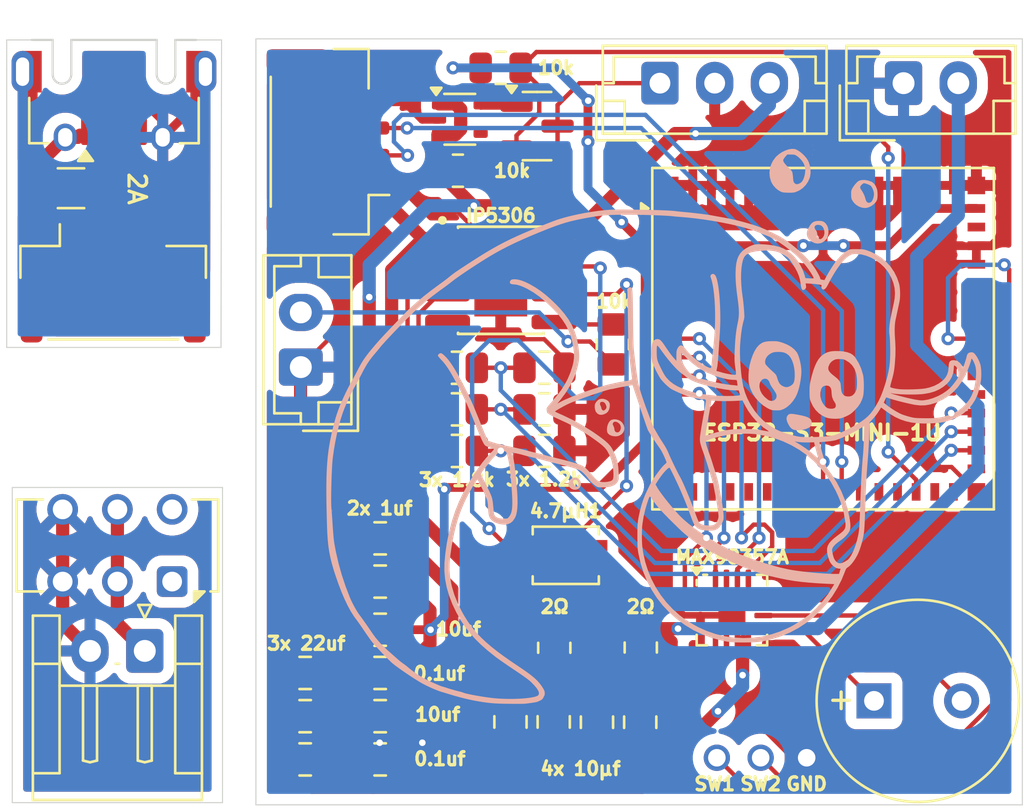
<source format=kicad_pcb>
(kicad_pcb (version 20241229) (generator "pcbnew") (generator_version "9.0")
  (layers (0 "F.Cu" signal) (2 "B.Cu" signal) (13 "F.Paste" user) (15 "B.Paste" user) (5 "F.SilkS" user "F.Silkscreen") (7 "B.SilkS" user "B.Silkscreen") (1 "F.Mask" user) (3 "B.Mask" user) (25 "Edge.Cuts" user))
  (net 0 "")
  (net 1 "Bat-")
  (net 2 "5V")
  (net 3 "3.3V")
  (net 4 "Net-(J1-VBUS)")
  (net 5 "5V-SOURCE")
  (net 6 "D+ ")
  (net 7 "D- ")
  (net 8 "Net-(U5-OUTN)")
  (net 9 "Net-(U3-KEY)")
  (net 10 "Net-(U5-OUTP)")
  (net 11 "LED Com (3.3V)")
  (net 17 "LED Com (5v)")
  (net 22 "Bat Indicator 1 (3.3V)")
  (net 23 "Bat Indicator 1 (5V)")
  (net 26 "Open 1")
  (net 28 "Bat Indicator 2 (5V)")
  (net 31 "Bat Indicator 2 (3.3V)")
  (net 34 "Bat Indicator 3 (3.3V)")
  (net 36 "Bat Indicator 3 (5V)")
  (net 44 "Bat+")
  (net 45 "GAIN")
  (net 46 "5V-PWR-SW")
  (net 48 "LRCK")
  (net 49 "BCLK ")
  (net 52 "DOUT")
  (net 57 "Open 2")
  (net 59 "Net-(U3-SW)")
  (net 60 "Net-(C1-Pad2)")
  (net 61 "Net-(C11-Pad1)")
  (net 62 "Net-(U3-BAT)")
  (footprint "Capacitor_SMD:C_0805_2012Metric" (layer "F.Cu") (at 141.46 109.81 180)
    (property "Reference" "C2" (hide yes))
    (property "Value" "1uf" (hide yes))
  )
  (footprint "Resistor_SMD:R_0805_2012Metric" (layer "F.Cu") (at 148.96 100.04 180)
    (property "Reference" "R12" (hide yes))
    (property "Value" "1.2k" (hide yes))
  )
  (footprint "Connector_USB:USB_Micro-AB_Molex_47590-0001" (layer "F.Cu") (at 129.30375 86.16 180)
    (property "Reference" "REF**" (hide yes))
    (property "Value" "USB_Micro-AB_Molex_47590-0001" (hide yes))
    (fp_line (start 2.8 1.1) (end 3.75 1.1) (stroke (width 0.1)) (layer "Edge.Cuts"))
    (fp_line (start 2.8 -0.475) (end 2.8 1.1) (stroke (width 0.1)) (layer "Edge.Cuts"))
    (fp_line (start 1.95 -0.475) (end 1.95 1.1) (stroke (width 0.1)) (layer "Edge.Cuts"))
    (fp_line (start -1.95 1.1) (end 1.95 1.1) (stroke (width 0.1)) (layer "Edge.Cuts"))
    (fp_line (start -1.95 -0.475) (end -1.95 1.1) (stroke (width 0.1)) (layer "Edge.Cuts"))
    (fp_line (start -2.8 -0.475) (end -2.8 1.1) (stroke (width 0.1)) (layer "Edge.Cuts"))
    (fp_line (start -3.75 1.1) (end -2.8 1.1) (stroke (width 0.1)) (layer "Edge.Cuts"))
    (fp_arc (start 1.95 -0.475) (mid 2.375 -0.9) (end 2.8 -0.475) (stroke (width 0.1)) (layer "Edge.Cuts"))
    (fp_arc (start -2.8 -0.475) (mid -2.375 -0.9) (end -1.95 -0.475) (stroke (width 0.1)) (layer "Edge.Cuts"))
  )
  (footprint "Capacitor_SMD:C_0805_2012Metric" (layer "F.Cu") (at 151.36 116.235 -90)
    (property "Reference" "C12" (hide yes))
    (property "Value" "10uf" (hide yes))
  )
  (footprint "Capacitor_SMD:C_0805_2012Metric" (layer "F.Cu") (at 141.46 113.985 180)
    (property "Reference" "C6" (hide yes))
    (property "Value" "10uf" (hide yes))
  )
  (footprint "Capacitor_SMD:C_0805_2012Metric" (layer "F.Cu") (at 141.46 107.835 180)
    (property "Reference" "C1" (hide yes))
    (property "Value" "1uf" (hide yes))
  )
  (footprint "Resistor_SMD:R_0805_2012Metric" (layer "F.Cu") (at 153.36 112.8225 -90)
    (property "Reference" "2Ω")
    (property "Value" "2" (hide yes))
  )
  (footprint "IP5306:SOIC9P127_490X600X170L84X42T330X241N" (layer "F.Cu") (at 146.9675 96.045)
    (property "Reference" "U3" (hide yes))
    (property "Value" "IP5306" (hide yes))
  )
  (footprint "Resistor_SMD:R_0805_2012Metric" (layer "F.Cu") (at 148.96 101.94 180)
    (property "Reference" "R10" (hide yes))
    (property "Value" "1.2k" (hide yes))
  )
  (footprint "Capacitor_SMD:C_0805_2012Metric" (layer "F.Cu") (at 141.46 112.01 180)
    (property "Reference" "C7" (hide yes))
    (property "Value" "0.1uf" (hide yes))
  )
  (footprint "Capacitor_SMD:C_0805_2012Metric" (layer "F.Cu") (at 138.035 115.96)
    (property "Reference" "C16" (hide yes))
    (property "Value" "22uf" (hide yes))
  )
  (footprint "Capacitor_SMD:C_0805_2012Metric" (layer "F.Cu") (at 147.41 116.2225 -90)
    (property "Reference" "C10" (hide yes))
    (property "Value" "10uf" (hide yes))
  )
  (footprint "Capacitor_SMD:C_0805_2012Metric" (layer "F.Cu") (at 153.335 116.235 -90)
    (property "Reference" "2x 10µf" (hide yes))
    (property "Value" "10uf" (hide yes))
  )
  (footprint "Resistor_SMD:R_0805_2012Metric" (layer "F.Cu") (at 148.96 103.835 180)
    (property "Reference" "R4" (hide yes))
    (property "Value" "1.2k" (hide yes))
  )
  (footprint "Capacitor_SMD:C_0805_2012Metric" (layer "F.Cu") (at 141.46 115.96 180)
    (property "Reference" "C9" (hide yes))
    (property "Value" "0.1uf" (hide yes))
  )
  (footprint "Package_DFN_QFN:TQFN-16-1EP_3x3mm_P0.5mm_EP1.23x1.23mm" (layer "F.Cu") (at 157.5225 111.11)
    (property "Reference" "U5" (hide yes))
    (property "Value" "MAX98357A" (hide yes))
  )
  (footprint "Connector_JST:JST_EH_B3B-EH-A_1x03_P2.50mm_Vertical" (layer "F.Cu") (at 154.235 87.035)
    (property "Reference" "REF**" (hide yes))
    (property "Value" "JST_EH_B3B-EH-A_1x03_P2.50mm_Vertical" (hide yes))
  )
  (footprint "Fuse:Fuse_1206_3216Metric" (layer "F.Cu") (at 127.34125 91.835)
    (property "Reference" "REF**" (hide yes))
    (property "Value" "Fuse_1206_3216Metric" (hide yes))
  )
  (footprint "Package_TO_SOT_SMD:SOT-353_SC-70-5" (layer "F.Cu") (at 145.0975 88.685)
    (property "Reference" "U4" (hide yes))
    (property "Value" "MIC5365-3.3YC5" (hide yes))
  )
  (footprint "Resistor_SMD:R_0805_2012Metric" (layer "F.Cu") (at 144.96 103.84 180)
    (property "Reference" "R3" (hide yes))
    (property "Value" "1.8k" (hide yes))
  )
  (footprint "Buzzer_Beeper:MagneticBuzzer_PUI_AT-0927-TT-6-R" (layer "F.Cu") (at 164.01 115.26)
    (property "Reference" "LS2" (hide yes))
    (property "Value" "Speaker" (hide yes))
  )
  (footprint "Resistor_SMD:R_0805_2012Metric" (layer "F.Cu") (at 146.96 86.335)
    (property "Reference" "10k")
    (property "Value" "10k" (hide yes))
  )
  (footprint "RF_Module:ESP32-S2-MINI-1U" (layer "F.Cu") (at 161.685 98.71)
    (property "Reference" "U1" (hide yes))
    (property "Value" "ESP32-S3-MINI-1U" (hide yes))
  )
  (footprint "Resistor_SMD:R_0805_2012Metric" (layer "F.Cu") (at 149.41 112.835 90)
    (property "Reference" "R7" (hide yes))
    (property "Value" "2" (hide yes))
  )
  (footprint "Connector_JST:JST_GH_BM04B-GHS-TBT_1x04-1MP_P1.25mm_Vertical" (layer "F.Cu") (at 139.0725 89.71 90)
    (property "Reference" "REF**" (hide yes))
    (property "Value" "JST_GH_BM04B-GHS-TBT_1x04-1MP_P1.25mm_Vertical" (hide yes))
  )
  (footprint "Connector_JST:JST_EH_B2B-EH-A_1x02_P2.50mm_Vertical" (layer "F.Cu") (at 165.36 87.035)
    (property "Reference" "REF**" (hide yes))
    (property "Value" "JST_EH_B2B-EH-A_1x02_P2.50mm_Vertical" (hide yes))
  )
  (footprint "Resistor_SMD:R_0805_2012Metric" (layer "F.Cu") (at 145.01 91.035)
    (property "Reference" "R14" (hide yes))
    (property "Value" "10k" (hide yes))
  )
  (footprint "Resistor_SMD:R_0805_2012Metric" (layer "F.Cu") (at 144.96 101.94 180)
    (property "Reference" "R5" (hide yes))
    (property "Value" "1.8k" (hide yes))
  )
  (footprint "Resistor_SMD:R_0805_2012Metric" (layer "F.Cu") (at 144.96 100.04 180)
    (property "Reference" "R11" (hide yes))
    (property "Value" "1.8k" (hide yes))
  )
  (footprint "Capacitor_SMD:C_0805_2012Metric" (layer "F.Cu") (at 149.385 116.2225 -90)
    (property "Reference" "C11" (hide yes))
    (property "Value" "10uf" (hide yes))
  )
  (footprint "Capacitor_SMD:C_0805_2012Metric" (layer "F.Cu") (at 141.46 117.935 180)
    (property "Reference" "C8" (hide yes))
    (property "Value" "10uf" (hide yes))
  )
  (footprint "Resistor_SMD:R_0805_2012Metric" (layer "F.Cu") (at 152.085 98.9725 -90)
    (property "Reference" "10k")
    (property "Value" "100k" (hide yes))
  )
  (footprint "Capacitor_SMD:C_0805_2012Metric" (layer "F.Cu") (at 138.035 117.935)
    (property "Reference" "C15" (hide yes))
    (property "Value" "22uf" (hide yes))
  )
  (footprint "Inductor_SMD:L_Wuerth_WE-GF-1210" (layer "F.Cu") (at 149.935 108.61)
    (property "Reference" "4.7 µH1")
    (property "Value" "L" (hide yes))
  )
  (footprint "Connector_JST:JST_GH_SM04B-GHS-TB_1x04-1MP_P1.25mm_Horizontal" (layer "F.Cu") (at 129.26625 96.185)
    (property "Reference" "REF**" (hide yes))
    (property "Value" "JST_GH_SM04B-GHS-TB_1x04-1MP_P1.25mm_Horizontal" (hide yes))
  )
  (footprint "Connector_JST:JST_EH_B2B-EH-A_1x02_P2.50mm_Vertical" (layer "F.Cu") (at 137.835 100.01 90)
    (property "Reference" "REF**" (hide yes))
    (property "Value" "JST_EH_B2B-EH-A_1x02_P2.50mm_Vertical" (hide yes))
  )
  (footprint "Capacitor_SMD:C_0805_2012Metric" (layer "F.Cu") (at 138.035 113.985)
    (property "Reference" "3x 22uf")
    (property "Value" "22uf" (hide yes))
  )
  (footprint "Button_Switch_THT:SW_CK_JS202011AQN_DPDT_Angled" (layer "F.Cu") (at 131.96 109.81 180)
    (property "Reference" "SW1" (hide yes))
    (property "Value" "SW_DPDT_x2" (hide yes))
  )
  (footprint "Package_TO_SOT_SMD:SOT-23" (layer "F.Cu") (at 148.6225 88.9975)
    (property "Reference" "Q1" (hide yes))
    (property "Value" "BSS138" (hide yes))
  )
  (footprint "Connector_JST:JST_EH_S2B-EH_1x02_P2.50mm_Horizontal" (layer "F.Cu") (at 130.71 112.9775 180)
    (property "Reference" "REF**" (hide yes))
    (property "Value" "JST_EH_S2B-EH_1x02_P2.50mm_Horizontal" (hide yes))
  )
  (footprint "LOGO" (layer "B.Cu") (at 152.275 102.394324 180)
    (property "Reference" "G***" (hide yes))
    (property "Value" "LOGO" (hide yes))
  )
  (gr_line (start 124.403752 99.11) (end 124.403752 86.385) (stroke (width 0.05)) (layer "Edge.Cuts"))
  (gr_line (start 134.26 119.91) (end 134.26 105.51) (stroke (width 0.05)) (layer "Edge.Cuts"))
  (gr_line (start 124.403752 85.06) (end 124.403752 86.385) (stroke (width 0.05)) (layer "Edge.Cuts"))
  (gr_line (start 135.785 85.01) (end 170.785 85.01) (stroke (width 0.05)) (layer "Edge.Cuts"))
  (gr_line (start 133.05375 85.06) (end 134.216252 85.06) (stroke (width 0.05)) (layer "Edge.Cuts"))
  (gr_line (start 170.785 120.01) (end 135.785 120.01) (stroke (width 0.05)) (layer "Edge.Cuts"))
  (gr_line (start 134.191252 99.11) (end 124.403752 99.11) (stroke (width 0.05)) (layer "Edge.Cuts"))
  (gr_line (start 134.26 105.51) (end 124.66 105.51) (stroke (width 0.05)) (layer "Edge.Cuts"))
  (gr_line (start 125.55375 85.06) (end 124.403752 85.06) (stroke (width 0.05)) (layer "Edge.Cuts"))
  (gr_line (start 135.785 85.01) (end 135.785 120.01) (stroke (width 0.05)) (layer "Edge.Cuts"))
  (gr_line (start 124.66 119.91) (end 124.66 105.51) (stroke (width 0.05)) (layer "Edge.Cuts"))
  (gr_line (start 134.216252 85.06) (end 134.191252 99.11) (stroke (width 0.05)) (layer "Edge.Cuts"))
  (gr_line (start 134.26 119.91) (end 124.66 119.91) (stroke (width 0.05)) (layer "Edge.Cuts"))
  (gr_line (start 170.785 85.01) (end 170.785 120.01) (stroke (width 0.05)) (layer "Edge.Cuts"))
  (gr_text "0.1uf" (at 144.185 117.91 0) (layer "F.SilkS") (effects (font (size 0.6 0.6))))
  (gr_text "SW2" (at 158.835 119.06 0) (layer "F.SilkS") (effects (font (size 0.6 0.6))))
  (gr_text "MAX98357A" (at 157.535 108.685 0) (layer "F.SilkS") (effects (font (size 0.6 0.6))))
  (gr_text "0.1uf" (at 144.16 114.01 0) (layer "F.SilkS") (effects (font (size 0.6 0.6))))
  (gr_text "10uf" (at 145.035 111.985 0) (layer "F.SilkS") (effects (font (size 0.6 0.6))))
  (gr_text "3x 1.2k" (at 148.935 105.135 0) (layer "F.SilkS") (effects (font (size 0.6 0.6))))
  (gr_text "2x 1uf" (at 141.435 106.46 0) (layer "F.SilkS") (effects (font (size 0.6 0.6))))
  (gr_text "10k" (at 147.485 91.035 0) (layer "F.SilkS") (effects (font (size 0.6 0.6))))
  (gr_text "IP5306" (at 146.9675 93.085 0) (layer "F.SilkS") (effects (font (size 0.6 0.6))))
  (gr_text "ESP32-S3-MINI-1U" (at 161.635 103.01 0) (layer "F.SilkS") (effects (font (size 0.7 0.7) (thickness 0.175) (bold yes))))
  (gr_text "3x 1.8k" (at 144.96 105.16 0) (layer "F.SilkS") (effects (font (size 0.6 0.6))))
  (gr_text "10uf" (at 144.085 115.885 0) (layer "F.SilkS") (effects (font (size 0.6 0.6))))
  (gr_text "2Ω" (at 153.36 110.96 0) (layer "F.SilkS") (effects (font (size 0.6 0.6))))
  (gr_text "2A" (at 130.35375 91.8525 270) (layer "F.SilkS") (effects (font (size 0.8 0.8))))
  (gr_text "SW1" (at 156.735 119.06 0) (layer "F.SilkS") (effects (font (size 0.6 0.6))))
  (gr_text "GND" (at 160.935 119.06 0) (layer "F.SilkS") (effects (font (size 0.6 0.6))))
  (gr_text "4x 10µf" (at 150.61 118.36 0) (layer "F.SilkS") (effects (font (size 0.6 0.6))))
  (segment (start 147.51 98.735) (end 148.949488 98.735) (width 0.2) (layer "F.Cu") (net 1))
  (segment (start 149.8725 100.04) (end 149.8725 103.835) (width 0.6) (layer "F.Cu") (net 1))
  (segment (start 156.085 113.165) (end 156.085 114.84) (width 0.4) (layer "F.Cu") (net 1))
  (segment (start 140.51 117.935) (end 138.985 117.935) (width 0.6) (layer "F.Cu") (net 1))
  (segment (start 137.825 103.8) (end 138.985 104.96) (width 0.6) (layer "F.Cu") (net 1))
  (segment (start 137.835 100.01) (end 139.55 98.295) (width 0.2) (layer "F.Cu") (net 1))
  (segment (start 131.575 89.55625) (end 131.575 93.90125) (width 0.4) (layer "F.Cu") (net 1))
  (segment (start 165.36 91.435) (end 165.085 91.71) (width 0.2) (layer "F.Cu") (net 1))
  (segment (start 146.9675 98.1925) (end 147.51 98.735) (width 0.2) (layer "F.Cu") (net 1))
  (segment (start 140.29 87.835) (end 141.0225 87.835) (width 0.2) (layer "F.Cu") (net 1))
  (segment (start 125.84125 88.11) (end 127.70375 88.11) (width 0.4) (layer "F.Cu") (net 1))
  (segment (start 157.5225 111.11) (end 157.2825 111.35) (width 0.3) (layer "F.Cu") (net 1))
  (segment (start 139.55 98.295) (end 139.55 88.92) (width 0.2) (layer "F.Cu") (net 1))
  (segment (start 156.085 113.535) (end 156.085 113.165) (width 0.4) (layer "F.Cu") (net 1))
  (segment (start 167.55 104.575) (end 166.85 104.575) (width 0.2) (layer "F.Cu") (net 1))
  (segment (start 168.685 95.31) (end 168.685 94.46) (width 0.2) (layer "F.Cu") (net 1))
  (segment (start 155.325 111.35) (end 154.675 110.7) (width 0.3) (layer "F.Cu") (net 1))
  (segment (start 157.2725 111.36) (end 156.085 111.36) (width 0.2) (layer "F.Cu") (net 1))
  (segment (start 163.335 101.06) (end 163.335 100.36) (width 0.2) (layer "F.Cu") (net 1))
  (segment (start 143.385 117.1725) (end 143.3975 117.185) (width 0.6) (layer "F.Cu") (net 1))
  (segment (start 139.55 88.575) (end 140.29 87.835) (width 0.2) (layer "F.Cu") (net 1))
  (segment (start 161.685 97.06) (end 161.685 91.71) (width 0.4) (layer "F.Cu") (net 1))
  (segment (start 140.51 117.135) (end 140.51 112.01) (width 0.6) (layer "F.Cu") (net 1))
  (segment (start 156.735 87.035) (end 156.735 91.56) (width 0.2) (layer "F.Cu") (net 1))
  (segment (start 138.985 104.96) (end 138.985 113.985) (width 0.6) (layer "F.Cu") (net 1))
  (segment (start 143.875 92.9) (end 141.911 90.936) (width 0.2) (layer "F.Cu") (net 1))
  (segment (start 141.0225 87.835) (end 142.535 87.835) (width 0.4) (layer "F.Cu") (net 1))
  (segment (start 160.035 100.36) (end 163.335 100.36) (width 0.6) (layer "F.Cu") (net 1))
  (segment (start 157.2825 111.35) (end 155.325 111.35) (width 0.3) (layer "F.Cu") (net 1))
  (segment (start 125.12875 86.51) (end 125.56625 86.51) (width 0.2) (layer "F.Cu") (net 1))
  (segment (start 165.36 87.035) (end 165.36 91.435) (width 0.2) (layer "F.Cu") (net 1))
  (segment (start 147.41 117.1725) (end 143.385 117.1725) (width 0.6) (layer "F.Cu") (net 1))
  (segment (start 141.911 90.936) (end 139.586 90.936) (width 0.2) (layer "F.Cu") (net 1))
  (segment (start 137.825 100.02) (end 137.825 103.8) (width 0.6) (layer "F.Cu") (net 1))
  (segment (start 129.30375 86.51) (end 130.60375 87.81) (width 0.4) (layer "F.Cu") (net 1))
  (segment (start 157.5225 111.11) (end 157.2725 111.36) (width 0.2) (layer "F.Cu") (net 1))
  (segment (start 169.9 93.95) (end 169.39 94.46) (width 0.4) (layer "F.Cu") (net 1))
  (segment (start 154.675 110.7) (end 154.675 105.72) (width 0.3) (layer "F.Cu") (net 1))
  (segment (start 141.435 117.1725) (end 140.5475 117.1725) (width 0.6) (layer "F.Cu") (net 1))
  (segment (start 126.96 111.7275) (end 128.21 112.9775) (width 0.6) (layer "F.Cu") (net 1))
  (segment (start 161.685 97.06) (end 161.685 100.36) (width 0.6) (layer "F.Cu") (net 1))
  (segment (start 144.978728 92.9) (end 143.875 92.9) (width 0.2) (layer "F.Cu") (net 1))
  (segment (start 146.9675 94.888772) (end 144.978728 92.9) (width 0.2) (layer "F.Cu") (net 1))
  (segment (start 160.035 98.71) (end 163.335 98.71) (width 0.6) (layer "F.Cu") (net 1))
  (segment (start 127.70375 88.11) (end 129.30375 86.51) (width 0.4) (layer "F.Cu") (net 1))
  (segment (start 125.56625 86.51) (end 125.56625 87.835) (width 0.4) (layer "F.Cu") (net 1))
  (segment (start 153.74 117.185) (end 153.335 117.185) (width 0.6) (layer "F.Cu") (net 1))
  (segment (start 125.56625 87.835) (end 125.84125 88.11) (width 0.4) (layer "F.Cu") (net 1))
  (segment (start 166.85 104.575) (end 163.335 101.06) (width 0.2) (layer "F.Cu") (net 1))
  (segment (start 138.985 113.985) (end 138.985 117.935) (width 0.6) (layer "F.Cu") (net 1))
  (segment (start 157.2725 109.6725) (end 157.2725 110.86) (width 0.2) (layer "F.Cu") (net 1))
  (segment (start 169.39 94.46) (end 168.685 94.46) (width 0.4) (layer "F.Cu") (net 1))
  (segment (start 169.9 92.175) (end 169.9 93.95) (width 0.4) (layer "F.Cu") (net 1))
  (segment (start 146.9675 96.045) (end 146.9675 98.1925) (width 0.2) (layer "F.Cu") (net 1))
  (segment (start 154.685 91.71) (end 168.685 91.71) (width 0.4) (layer "F.Cu") (net 1))
  (segment (start 131.52875 89.51) (end 131.575 89.55625) (width 0.4) (layer "F.Cu") (net 1))
  (segment (start 133.47875 86.51) (end 133.04125 86.51) (width 0.2) (layer "F.Cu") (net 1))
  (segment (start 158.96 110.86) (end 157.7725 110.86) (width 0.2) (layer "F.Cu") (net 1))
  (segment (start 160.41 117.86) (end 156.085 113.535) (width 0.4) (layer "F.Cu") (net 1))
  (segment (start 126.96 106.51) (end 126.96 111.7275) (width 0.6) (layer "F.Cu") (net 1))
  (segment (start 139.586 90.936) (end 139.55 90.9) (width 0.2) (layer "F.Cu") (net 1))
  (segment (start 150.14 99.7725) (end 149.8725 100.04) (width 0.2) (layer "F.Cu") (net 1))
  (segment (start 156.085 111.86) (end 156.085 113.165) (width 0.4) (layer "F.Cu") (net 1))
  (segment (start 156.085 114.84) (end 153.74 117.185) (width 0.4) (layer "F.Cu") (net 1))
  (segment (start 140.51 117.935) (end 140.51 117.135) (width 0.6) (layer "F.Cu") (net 1))
  (segment (start 133.04125 86.51) (end 133.04125 87.9975) (width 0.4) (layer "F.Cu") (net 1))
  (segment (start 139.55 90.9) (end 139.55 88.92) (width 0.2) (layer "F.Cu") (net 1))
  (segment (start 142.535 87.835) (end 143.385 88.685) (width 0.4) (layer "F.Cu") (net 1))
  (segment (start 149.8725 99.658012) (end 149.8725 100.04) (width 0.2) (layer "F.Cu") (net 1))
  (segment (start 154.685 91.71) (end 154.685 93.61) (width 0.4) (layer "F.Cu") (net 1))
  (segment (start 139.55 88.92) (end 139.55 88.575) (width 0.2) (layer "F.Cu") (net 1))
  (segment (start 156.735 91.56) (end 156.585 91.71) (width 0.2) (layer "F.Cu") (net 1))
  (segment (start 168.685 91.71) (end 169.435 91.71) (width 0.4) (layer "F.Cu") (net 1))
  (segment (start 157.2725 110.86) (end 157.5225 111.11) (width 0.2) (layer "F.Cu") (net 1))
  (segment (start 168.685 105.71) (end 167.55 104.575) (width 0.2) (layer "F.Cu") (net 1))
  (segment (start 133.04125 87.9975) (end 131.52875 89.51) (width 0.4) (layer "F.Cu") (net 1))
  (segment (start 163.335 97.06) (end 163.335 100.36) (width 0.6) (layer "F.Cu") (net 1))
  (segment (start 146.9675 96.045) (end 146.9675 94.888772) (width 0.2) (layer "F.Cu") (net 1))
  (segment (start 143.3975 117.185) (end 143.635 117.185) (width 0.6) (layer "F.Cu") (net 1))
  (segment (start 137.835 100.01) (end 137.825 100.02) (width 0.6) (layer "F.Cu") (net 1))
  (segment (start 154.675 105.72) (end 154.685 105.71) (width 0.3) (layer "F.Cu") (net 1))
  (segment (start 160.035 97.06) (end 163.335 97.06) (width 0.6) (layer "F.Cu") (net 1))
  (segment (start 131.575 93.90125) (end 131.14125 94.335) (width 0.4) (layer "F.Cu") (net 1))
  (segment (start 131.52875 89.51) (end 131.52875 88.735) (width 0.4) (layer "F.Cu") (net 1))
  (segment (start 157.7725 110.86) (end 157.5225 111.11) (width 0.2) (layer "F.Cu") (net 1))
  (segment (start 140.5475 117.1725) (end 140.51 117.135) (width 0.6) (layer "F.Cu") (net 1))
  (segment (start 160.035 100.36) (end 154.685 105.71) (width 0.4) (layer "F.Cu") (net 1))
  (segment (start 156.085 111.86) (end 156.085 111.386) (width 0.4) (layer "F.Cu") (net 1))
  (segment (start 148.949488 98.735) (end 149.8725 99.658012) (width 0.2) (layer "F.Cu") (net 1))
  (segment (start 147.4225 117.185) (end 147.41 117.1725) (width 0.2) (layer "F.Cu") (net 1))
  (segment (start 153.335 117.185) (end 147.4225 117.185) (width 0.6) (layer "F.Cu") (net 1))
  (segment (start 160.035 97.06) (end 160.035 100.36) (width 0.6) (layer "F.Cu") (net 1))
  (segment (start 143.385 88.685) (end 144.1475 88.685) (width 0.4) (layer "F.Cu") (net 1))
  (segment (start 131.52875 88.735) (end 129.30375 86.51) (width 0.4) (layer "F.Cu") (net 1))
  (segment (start 169.435 91.71) (end 169.9 92.175) (width 0.4) (layer "F.Cu") (net 1))
  (segment (start 130.60375 87.81) (end 130.60375 89.185) (width 0.4) (layer "F.Cu") (net 1))
  (via (at 143.385 117.1725) (size 0.6) (drill 0.3) (layers "F.Cu" "B.Cu") (net 1))
  (via (at 160.935 117.86) (size 1.2) (drill 0.8) (layers "F.Cu" "B.Cu") (net 1))
  (via (at 141.435 117.1725) (size 0.6) (drill 0.3) (layers "F.Cu" "B.Cu") (net 1))
  (segment (start 143.385 117.1725) (end 141.66 117.1725) (width 0.6) (layer "B.Cu") (net 1))
  (segment (start 141.66 117.1725) (end 141.435 117.1725) (width 0.6) (layer "B.Cu") (net 1))
  (segment (start 141.66 117.1725) (end 141.4975 117.1725) (width 0.6) (layer "B.Cu") (net 1))
  (segment (start 141.435 117.1725) (end 141.2475 117.1725) (width 0.6) (layer "B.Cu") (net 1))
  (segment (start 141.2475 117.1725) (end 141.235 117.16) (width 0.6) (layer "B.Cu") (net 1))
  (segment (start 158.2725 112.5475) (end 158.035 112.5475) (width 0.2) (layer "F.Cu") (net 2))
  (segment (start 144.735 110.16) (end 144.735 113.635) (width 0.6) (layer "F.Cu") (net 2))
  (segment (start 144.0975 89.785) (end 144.0975 89.386) (width 0.6) (layer "F.Cu") (net 2))
  (segment (start 145.6975 92.635) (end 145.735 92.635) (width 0.6) (layer "F.Cu") (net 2))
  (segment (start 144.8965 89.386) (end 145.135 89.1475) (width 0.6) (layer "F.Cu") (net 2))
  (segment (start 145.735 92.635) (end 148.935 92.635) (width 0.6) (layer "F.Cu") (net 2))
  (segment (start 144.0975 89.386) (end 144.8965 89.386) (width 0.6) (layer "F.Cu") (net 2))
  (segment (start 150.13 94.14) (end 154.935 89.335) (width 0.6) (layer "F.Cu") (net 2))
  (segment (start 144.8965 87.984) (end 144.1475 87.984) (width 0.6) (layer "F.Cu") (net 2))
  (segment (start 142.41 117.935) (end 141.136 119.209) (width 0.6) (layer "F.Cu") (net 2))
  (segment (start 142.41 117.935) (end 142.41 115.96) (width 0.6) (layer "F.Cu") (net 2))
  (segment (start 137.085 113.985) (end 137.085 117.935) (width 0.6) (layer "F.Cu") (net 2))
  (segment (start 144.0975 91.035) (end 144.0975 89.785) (width 0.6) (layer "F.Cu") (net 2))
  (segment (start 140.96 96.81) (end 140.96 106.385) (width 0.6) (layer "F.Cu") (net 2))
  (segment (start 158.01 113.46) (end 158.01 112.5725) (width 0.6) (layer "F.Cu") (net 2))
  (segment (start 145.135 89.1475) (end 145.135 88.835) (width 0.6) (layer "F.Cu") (net 2))
  (segment (start 149.385 93.085) (end 149.385 94.1275) (width 0.6) (layer "F.Cu") (net 2))
  (segment (start 144.9475 89.335) (end 145.135 89.1475) (width 0.4) (layer "F.Cu") (net 2))
  (segment (start 145.135 88.2225) (end 144.8965 87.984) (width 0.6) (layer "F.Cu") (net 2))
  (segment (start 158.01 112.5725) (end 158.035 112.5475) (width 0.6) (layer "F.Cu") (net 2))
  (segment (start 149.385 94.1275) (end 149.3975 94.14) (width 0.6) (layer "F.Cu") (net 2))
  (segment (start 149.3975 94.14) (end 150.13 94.14) (width 0.6) (layer "F.Cu") (net 2))
  (segment (start 140.96 106.385) (end 142.41 107.835) (width 0.6) (layer "F.Cu") (net 2))
  (segment (start 141.136 119.209) (end 153.411 119.209) (width 0.6) (layer "F.Cu") (net 2))
  (segment (start 158.035 112.5475) (end 157.7725 112.5475) (width 0.2) (layer "F.Cu") (net 2))
  (segment (start 142.41 107.835) (end 144.735 110.16) (width 0.6) (layer "F.Cu") (net 2))
  (segment (start 144.0975 91.035) (end 145.6975 92.635) (width 0.6) (layer "F.Cu") (net 2))
  (segment (start 138.359 119.209) (end 137.085 117.935) (width 0.6) (layer "F.Cu") (net 2))
  (segment (start 141.136 119.209) (end 138.359 119.209) (width 0.6) (layer "F.Cu") (net 2))
  (segment (start 145.135 88.2225) (end 144.9475 88.035) (width 0.6) (layer "F.Cu") (net 2))
  (segment (start 149.385 93.085) (end 148.935 92.635) (width 0.6) (layer "F.Cu") (net 2))
  (segment (start 144.735 113.635) (end 142.41 115.96) (width 0.6) (layer "F.Cu") (net 2))
  (segment (start 145.135 88.835) (end 145.135 88.2225) (width 0.6) (layer "F.Cu") (net 2))
  (segment (start 158.01 114.085) (end 158.01 113.46) (width 0.6) (layer "F.Cu") (net 2))
  (segment (start 144.0975 89.785) (end 144.0975 89.385) (width 0.6) (layer "F.Cu") (net 2))
  (segment (start 153.411 119.209) (end 156.885 115.735) (width 0.6) (layer "F.Cu") (net 2))
  (segment (start 154.935 89.335) (end 155.86 89.335) (width 0.6) (layer "F.Cu") (net 2))
  (via (at 155.86 89.335) (size 0.6) (drill 0.3) (layers "F.Cu" "B.Cu") (net 2))
  (via (at 145.735 92.635) (size 0.6) (drill 0.3) (layers "F.Cu" "B.Cu") (net 2))
  (via (at 156.885 115.735) (size 0.6) (drill 0.3) (layers "F.Cu" "B.Cu") (net 2))
  (via (at 158.01 114.085) (size 0.6) (drill 0.3) (layers "F.Cu" "B.Cu") (net 2))
  (via (at 140.96 96.81) (size 0.6) (drill 0.3) (layers "F.Cu" "B.Cu") (net 2))
  (segment (start 157.935 89.335) (end 159.235 88.035) (width 0.6) (layer "B.Cu") (net 2))
  (segment (start 156.885 115.735) (end 158.01 114.61) (width 0.6) (layer "B.Cu") (net 2))
  (segment (start 140.96 96.81) (end 140.96 95.335) (width 0.6) (layer "B.Cu") (net 2))
  (segment (start 159.235 88.035) (end 159.235 87.035) (width 0.6) (layer "B.Cu") (net 2))
  (segment (start 140.96 95.335) (end 143.66 92.635) (width 0.6) (layer "B.Cu") (net 2))
  (segment (start 158.01 114.61) (end 158.01 114.085) (width 0.6) (layer "B.Cu") (net 2))
  (segment (start 143.66 92.635) (end 145.735 92.635) (width 0.6) (layer "B.Cu") (net 2))
  (segment (start 155.86 89.335) (end 157.935 89.335) (width 0.6) (layer "B.Cu") (net 2))
  (segment (start 150.9475 87.8475) (end 150.96 87.835) (width 0.4) (layer "F.Cu") (net 3))
  (segment (start 162.61 94.46) (end 164.685 94.46) (width 0.4) (layer "F.Cu") (net 3))
  (segment (start 144.785 86.335) (end 146.0475 86.335) (width 0.4) (layer "F.Cu") (net 3))
  (segment (start 153.56 103.435) (end 151.485 105.51) (width 0.4) (layer "F.Cu") (net 3))
  (segment (start 147.685 88.0475) (end 146.06 88.0475) (width 0.4) (layer "F.Cu") (net 3))
  (segment (start 166.385 92.76) (end 168.685 92.76) (width 0.4) (layer "F.Cu") (net 3))
  (segment (start 143.76 112.01) (end 143.785 112.01) (width 0.4) (layer "F.Cu") (net 3))
  (segment (start 150.9475 89.71) (end 150.9475 87.8475) (width 0.4) (layer "F.Cu") (net 3))
  (segment (start 153.56 94.46) (end 152.485 93.385) (width 0.4) (layer "F.Cu") (net 3))
  (segment (start 143.735 111.135) (end 143.735 112.66) (width 0.6) (layer "F.Cu") (net 3))
  (segment (start 144.46 105.51) (end 144.385 105.585) (width 0.4) (layer "F.Cu") (net 3))
  (segment (start 142.41 112.01) (end 143.76 112.01) (width 0.4) (layer "F.Cu") (net 3))
  (segment (start 142.41 109.81) (end 143.735 111.135) (width 0.6) (layer "F.Cu") (net 3))
  (segment (start 143.735 112.66) (end 142.41 113.985) (width 0.6) (layer "F.Cu") (net 3))
  (segment (start 154.685 94.46) (end 153.56 94.46) (width 0.4) (layer "F.Cu") (net 3))
  (segment (start 154.685 94.46) (end 160.785 94.46) (width 0.4) (layer "F.Cu") (net 3))
  (segment (start 154.685 94.46) (end 154.685 95.31) (width 0.4) (layer "F.Cu") (net 3))
  (segment (start 153.56 94.46) (end 153.56 103.435) (width 0.4) (layer "F.Cu") (net 3))
  (segment (start 164.685 94.46) (end 166.385 92.76) (width 0.4) (layer "F.Cu") (net 3))
  (segment (start 151.485 105.51) (end 144.46 105.51) (width 0.4) (layer "F.Cu") (net 3))
  (segment (start 146.06 88.0475) (end 146.0475 88.035) (width 0.4) (layer "F.Cu") (net 3))
  (segment (start 146.0475 86.335) (end 146.0475 88.035) (width 0.4) (layer "F.Cu") (net 3))
  (via (at 160.785 94.46) (size 0.6) (drill 0.3) (layers "F.Cu" "B.Cu") (net 3))
  (via (at 144.385 105.585) (size 0.6) (drill 0.3) (layers "F.Cu" "B.Cu") (net 3))
  (via (at 150.96 87.835) (size 0.6) (drill 0.3) (layers "F.Cu" "B.Cu") (net 3))
  (via (at 152.485 93.385) (size 0.6) (drill 0.3) (layers "F.Cu" "B.Cu") (net 3))
  (via (at 143.76 112.01) (size 0.6) (drill 0.3) (layers "F.Cu" "B.Cu") (net 3))
  (via (at 162.61 94.46) (size 0.6) (drill 0.3) (layers "F.Cu" "B.Cu") (net 3))
  (via (at 144.785 86.335) (size 0.6) (drill 0.3) (layers "F.Cu" "B.Cu") (net 3))
  (via (at 150.9475 89.71) (size 0.6) (drill 0.3) (layers "F.Cu" "B.Cu") (net 3))
  (segment (start 144.385 111.385) (end 143.76 112.01) (width 0.4) (layer "B.Cu") (net 3))
  (segment (start 160.785 94.46) (end 162.61 94.46) (width 0.4) (layer "B.Cu") (net 3))
  (segment (start 149.46 86.335) (end 144.785 86.335) (width 0.4) (layer "B.Cu") (net 3))
  (segment (start 162.61 94.46) (end 162.685 94.46) (width 0.4) (layer "B.Cu") (net 3))
  (segment (start 144.385 105.585) (end 144.385 111.385) (width 0.4) (layer "B.Cu") (net 3))
  (segment (start 150.9475 91.8475) (end 150.9475 89.71) (width 0.4) (layer "B.Cu") (net 3))
  (segment (start 152.485 93.385) (end 150.9475 91.8475) (width 0.4) (layer "B.Cu") (net 3))
  (segment (start 150.9475 89.71) (end 150.9475 91.7725) (width 0.4) (layer "B.Cu") (net 3))
  (segment (start 150.96 87.835) (end 149.46 86.335) (width 0.4) (layer "B.Cu") (net 3))
  (segment (start 125.94125 91.835) (end 125.94125 90.6475) (width 0.6) (layer "F.Cu") (net 4))
  (segment (start 125.94125 90.6475) (end 127.07875 89.51) (width 0.6) (layer "F.Cu") (net 4))
  (segment (start 127.07875 89.51) (end 127.65375 89.51) (width 0.6) (layer "F.Cu") (net 4))
  (segment (start 127.65375 89.51) (end 127.75375 89.41) (width 0.6) (layer "F.Cu") (net 4))
  (segment (start 141.985 105.615998) (end 147.36 110.990998) (width 0.6) (layer "F.Cu") (net 5))
  (segment (start 147.41 114.3875) (end 147.41 115.2725) (width 0.6) (layer "F.Cu") (net 5))
  (segment (start 147.36 110.990998) (end 147.36 113.0575) (width 0.6) (layer "F.Cu") (net 5))
  (segment (start 127.39125 93.185) (end 127.39125 94.335) (width 0.6) (layer "F.Cu") (net 5))
  (segment (start 141.0225 91.7475) (end 141.0225 91.585) (width 0.6) (layer "F.Cu") (net 5))
  (segment (start 147.36 113.0575) (end 148.05 113.7475) (width 0.6) (layer "F.Cu") (net 5))
  (segment (start 128.74125 91.835) (end 127.39125 93.185) (width 0.6) (layer "F.Cu") (net 5))
  (segment (start 143.415 94.14) (end 141.985 95.57) (width 0.6) (layer "F.Cu") (net 5))
  (segment (start 149.41 113.7475) (end 148.05 113.7475) (width 0.6) (layer "F.Cu") (net 5))
  (segment (start 148.05 113.7475) (end 147.41 114.3875) (width 0.6) (layer "F.Cu") (net 5))
  (segment (start 141.985 95.57) (end 141.985 105.615998) (width 0.6) (layer "F.Cu") (net 5))
  (segment (start 144.5375 94.14) (end 143.415 94.14) (width 0.6) (layer "F.Cu") (net 5))
  (segment (start 143.415 94.14) (end 141.0225 91.7475) (width 0.6) (layer "F.Cu") (net 5))
  (segment (start 161.68 104.32) (end 161.685 104.325) (width 0.2) (layer "F.Cu") (net 6))
  (segment (start 129.89125 94.335) (end 130.175 94.05125) (width 0.2) (layer "F.Cu") (net 6))
  (segment (start 129.30375 89.910002) (end 129.30375 89.185) (width 0.2) (layer "F.Cu") (net 6))
  (segment (start 130.175 90.781252) (end 129.30375 89.910002) (width 0.2) (layer "F.Cu") (net 6))
  (segment (start 142.69 89.085) (end 141.0225 89.085) (width 0.2) (layer "F.Cu") (net 6))
  (segment (start 161.685 104.33) (end 161.685 104.325) (width 0.2) (layer "F.Cu") (net 6))
  (segment (start 161.685 105.71) (end 161.685 104.33) (width 0.2) (layer "F.Cu") (net 6))
  (segment (start 130.175 94.05125) (end 130.175 90.781252) (width 0.2) (layer "F.Cu") (net 6))
  (via (at 142.69 89.085) (size 0.6) (drill 0.3) (layers "F.Cu" "B.Cu") (net 6))
  (via (at 161.685 104.33) (size 0.6) (drill 0.3) (layers "F.Cu" "B.Cu") (net 6))
  (segment (start 161.685 104.33) (end 161.685 97.395) (width 0.2) (layer "B.Cu") (net 6))
  (segment (start 153.375 89.085) (end 142.69 89.085) (width 0.2) (layer "B.Cu") (net 6))
  (segment (start 161.685 97.395) (end 153.375 89.085) (width 0.2) (layer "B.Cu") (net 6))
  (segment (start 128.64125 93.72116) (end 129.66725 92.69516) (width 0.2) (layer "F.Cu") (net 7))
  (segment (start 129.66725 92.69516) (end 129.66725 90.873499) (width 0.2) (layer "F.Cu") (net 7))
  (segment (start 128.65375 89.859999) (end 128.65375 89.185) (width 0.2) (layer "F.Cu") (net 7))
  (segment (start 162.535 104.335) (end 162.54 104.33) (width 0.2) (layer "F.Cu") (net 7))
  (segment (start 162.535 105.71) (end 162.535 104.335) (width 0.2) (layer "F.Cu") (net 7))
  (segment (start 141.0225 90.335) (end 142.71 90.335) (width 0.2) (layer "F.Cu") (net 7))
  (segment (start 129.66725 90.873499) (end 128.65375 89.859999) (width 0.2) (layer "F.Cu") (net 7))
  (via (at 142.71 90.335) (size 0.6) (drill 0.3) (layers "F.Cu" "B.Cu") (net 7))
  (via (at 162.54 104.33) (size 0.6) (drill 0.3) (layers "F.Cu" "B.Cu") (net 7))
  (segment (start 142.71 90.335) (end 142.089 89.714) (width 0.2) (layer "B.Cu") (net 7))
  (segment (start 142.089 89.714) (end 142.089 88.836057) (width 0.2) (layer "B.Cu") (net 7))
  (segment (start 142.441057 88.484) (end 153.574 88.484) (width 0.2) (layer "B.Cu") (net 7))
  (segment (start 153.574 88.484) (end 162.54 97.45) (width 0.2) (layer "B.Cu") (net 7))
  (segment (start 142.089 88.836057) (end 142.441057 88.484) (width 0.2) (layer "B.Cu") (net 7))
  (segment (start 162.54 97.45) (end 162.54 104.33) (width 0.2) (layer "B.Cu") (net 7))
  (segment (start 164.11 111.36) (end 158.96 111.36) (width 0.2) (layer "F.Cu") (net 8))
  (segment (start 168.01 115.26) (end 164.11 111.36) (width 0.2) (layer "F.Cu") (net 8))
  (segment (start 152.085 98.06) (end 149.5075 98.06) (width 0.2) (layer "F.Cu") (net 9))
  (segment (start 149.5075 98.06) (end 149.3975 97.95) (width 0.2) (layer "F.Cu") (net 9))
  (segment (start 158.96 111.86) (end 160.61 111.86) (width 0.2) (layer "F.Cu") (net 10))
  (segment (start 160.61 111.86) (end 164.01 115.26) (width 0.2) (layer "F.Cu") (net 10))
  (segment (start 147.685 89.9475) (end 147.685 89.426968) (width 0.2) (layer "F.Cu") (net 11))
  (segment (start 147.685 89.426968) (end 148.7235 88.388468) (width 0.2) (layer "F.Cu") (net 11))
  (segment (start 165.935 105.71) (end 165.935 105.16) (width 0.2) (layer "F.Cu") (net 11))
  (segment (start 164.66 90.46) (end 164.66 89.96) (width 0.2) (layer "F.Cu") (net 11))
  (segment (start 148.7235 88.388468) (end 148.7235 87.186) (width 0.2) (layer "F.Cu") (net 11))
  (segment (start 148.7235 87.186) (end 147.8725 86.335) (width 0.2) (layer "F.Cu") (net 11))
  (segment (start 148.5965 85.611) (end 147.8725 86.335) (width 0.2) (layer "F.Cu") (net 11))
  (segment (start 160.311 85.611) (end 148.5965 85.611) (width 0.2) (layer "F.Cu") (net 11))
  (segment (start 165.935 105.16) (end 164.66 103.885) (width 0.2) (layer "F.Cu") (net 11))
  (segment (start 164.66 89.96) (end 160.311 85.611) (width 0.2) (layer "F.Cu") (net 11))
  (via (at 164.66 103.885) (size 0.6) (drill 0.3) (layers "F.Cu" "B.Cu") (net 11))
  (via (at 164.66 90.46) (size 0.6) (drill 0.3) (layers "F.Cu" "B.Cu") (net 11))
  (segment (start 164.66 90.46) (end 164.66 90.385) (width 0.2) (layer "B.Cu") (net 11))
  (segment (start 164.66 103.885) (end 164.66 90.46) (width 0.2) (layer "B.Cu") (net 11))
  (segment (start 150.56 87.035) (end 149.56 88.035) (width 0.2) (layer "F.Cu") (net 17))
  (segment (start 154.235 87.035) (end 150.56 87.035) (width 0.2) (layer "F.Cu") (net 17))
  (segment (start 148.585 91.035) (end 145.9225 91.035) (width 0.2) (layer "F.Cu") (net 17))
  (segment (start 149.56 88.035) (end 149.56 88.9975) (width 0.2) (layer "F.Cu") (net 17))
  (segment (start 149.56 90.06) (end 148.585 91.035) (width 0.2) (layer "F.Cu") (net 17))
  (segment (start 149.56 88.9975) (end 149.56 90.06) (width 0.2) (layer "F.Cu") (net 17))
  (segment (start 146.9675 103.835) (end 145.8775 103.835) (width 0.2) (layer "F.Cu") (net 22))
  (segment (start 145.8775 103.835) (end 145.8725 103.84) (width 0.2) (layer "F.Cu") (net 22))
  (segment (start 148.0475 103.835) (end 146.9675 103.835) (width 0.2) (layer "F.Cu") (net 22))
  (segment (start 168.685 103.81) (end 167.535 103.81) (width 0.2) (layer "F.Cu") (net 22))
  (via (at 146.9675 103.835) (size 0.6) (drill 0.3) (layers "F.Cu" "B.Cu") (net 22))
  (via (at 167.535 103.81) (size 0.6) (drill 0.3) (layers "F.Cu" "B.Cu") (net 22))
  (segment (start 167.535 103.81) (end 161.885 109.46) (width 0.2) (layer "B.Cu") (net 22))
  (segment (start 161.885 109.46) (end 153.71 109.46) (width 0.2) (layer "B.Cu") (net 22))
  (segment (start 148.085 103.835) (end 146.9675 103.835) (width 0.2) (layer "B.Cu") (net 22))
  (segment (start 153.71 109.46) (end 148.085 103.835) (width 0.2) (layer "B.Cu") (net 22))
  (segment (start 142.71 102.5025) (end 144.0475 103.84) (width 0.2) (layer "F.Cu") (net 23))
  (segment (start 142.71 96.212501) (end 142.71 102.5025) (width 0.2) (layer "F.Cu") (net 23))
  (segment (start 143.512501 95.41) (end 142.71 96.212501) (width 0.2) (layer "F.Cu") (net 23))
  (segment (start 144.5375 95.41) (end 143.512501 95.41) (width 0.2) (layer "F.Cu") (net 23))
  (segment (start 168.685 98.71) (end 167.39 98.71) (width 0.2) (layer "F.Cu") (net 26))
  (segment (start 170.184 115.21015) (end 166.23215 119.162) (width 0.2) (layer "F.Cu") (net 26))
  (segment (start 170.184 95.559) (end 170.184 115.21015) (width 0.2) (layer "F.Cu") (net 26))
  (segment (start 169.96 95.335) (end 170.184 95.559) (width 0.2) (layer "F.Cu") (net 26))
  (segment (start 158.137 119.162) (end 156.835 117.86) (width 0.2) (layer "F.Cu") (net 26))
  (segment (start 166.23215 119.162) (end 158.137 119.162) (width 0.2) (layer "F.Cu") (net 26))
  (segment (start 167.39 98.71) (end 167.57 98.71) (width 0.2) (layer "F.Cu") (net 26))
  (via (at 156.835 117.86) (size 1.2) (drill 0.8) (layers "F.Cu" "B.Cu") (net 26))
  (via (at 167.39 98.71) (size 0.6) (drill 0.3) (layers "F.Cu" "B.Cu") (net 26))
  (via (at 169.96 95.335) (size 0.6) (drill 0.3) (layers "F.Cu" "B.Cu") (net 26))
  (segment (start 167.99 95.335) (end 167.39 95.935) (width 0.2) (layer "B.Cu") (net 26))
  (segment (start 169.96 95.335) (end 167.99 95.335) (width 0.2) (layer "B.Cu") (net 26))
  (segment (start 167.39 95.935) (end 167.39 98.71) (width 0.2) (layer "B.Cu") (net 26))
  (segment (start 143.2115 97.594772) (end 143.2115 101.104) (width 0.2) (layer "F.Cu") (net 28))
  (segment (start 144.126272 96.68) (end 143.2115 97.594772) (width 0.2) (layer "F.Cu") (net 28))
  (segment (start 144.5375 96.68) (end 144.126272 96.68) (width 0.2) (layer "F.Cu") (net 28))
  (segment (start 143.2115 101.104) (end 144.0475 101.94) (width 0.2) (layer "F.Cu") (net 28))
  (segment (start 168.685 102.96) (end 167.535 102.96) (width 0.2) (layer "F.Cu") (net 31))
  (segment (start 146.9675 101.94) (end 148.0475 101.94) (width 0.2) (layer "F.Cu") (net 31))
  (segment (start 145.8725 101.94) (end 146.9675 101.94) (width 0.2) (layer "F.Cu") (net 31))
  (via (at 167.535 102.96) (size 0.6) (drill 0.3) (layers "F.Cu" "B.Cu") (net 31))
  (via (at 146.9675 101.94) (size 0.6) (drill 0.3) (layers "F.Cu" "B.Cu") (net 31))
  (segment (start 161.535 108.96) (end 167.535 102.96) (width 0.2) (layer "B.Cu") (net 31))
  (segment (start 154.01 108.96) (end 161.535 108.96) (width 0.2) (layer "B.Cu") (net 31))
  (segment (start 146.99 101.94) (end 154.01 108.96) (width 0.2) (layer "B.Cu") (net 31))
  (segment (start 146.9675 101.94) (end 146.99 101.94) (width 0.2) (layer "B.Cu") (net 31))
  (segment (start 168.685 102.11) (end 167.535 102.11) (width 0.2) (layer "F.Cu") (net 34))
  (segment (start 146.9675 100.04) (end 145.8725 100.04) (width 0.2) (layer "F.Cu") (net 34))
  (segment (start 148.0475 100.04) (end 146.9675 100.04) (width 0.2) (layer "F.Cu") (net 34))
  (via (at 167.535 102.11) (size 0.6) (drill 0.3) (layers "F.Cu" "B.Cu") (net 34))
  (via (at 146.9675 100.04) (size 0.6) (drill 0.3) (layers "F.Cu" "B.Cu") (net 34))
  (segment (start 146.9675 101.0675) (end 146.9675 100.04) (width 0.2) (layer "B.Cu") (net 34))
  (segment (start 161.234 108.411) (end 154.311 108.411) (width 0.2) (layer "B.Cu") (net 34))
  (segment (start 154.311 108.411) (end 146.9675 101.0675) (width 0.2) (layer "B.Cu") (net 34))
  (segment (start 167.535 102.11) (end 161.234 108.411) (width 0.2) (layer "B.Cu") (net 34))
  (segment (start 144.0475 98.44) (end 144.0475 100.04) (width 0.2) (layer "F.Cu") (net 36))
  (segment (start 144.5375 97.95) (end 144.0475 98.44) (width 0.2) (layer "F.Cu") (net 36))
  (segment (start 153.36 111.91) (end 153.36 110.635) (width 0.6) (layer "F.Cu") (net 44))
  (segment (start 154.7475 112.565) (end 154.7475 114.525) (width 0.6) (layer "F.Cu") (net 44))
  (segment (start 154.7475 114.525) (end 153.9875 115.285) (width 0.6) (layer "F.Cu") (net 44))
  (segment (start 154.1425 111.96) (end 154.0925 111.91) (width 0.6) (layer "F.Cu") (net 44))
  (segment (start 155.06 111.96) (end 154.1425 111.96) (width 0.6) (layer "F.Cu") (net 44))
  (segment (start 153.36 111.91) (end 154.0925 111.91) (width 0.6) (layer "F.Cu") (net 44))
  (segment (start 153.36 110.635) (end 151.335 108.61) (width 0.6) (layer "F.Cu") (net 44))
  (segment (start 153.9875 115.285) (end 153.335 115.285) (width 0.6) (layer "F.Cu") (net 44))
  (segment (start 154.0925 111.91) (end 154.7475 112.565) (width 0.6) (layer "F.Cu") (net 44))
  (via (at 155.06 111.96) (size 0.6) (drill 0.3) (layers "F.Cu" "B.Cu") (net 44))
  (segment (start 161.435 111.96) (end 155.06 111.96) (width 0.6) (layer "B.Cu") (net 44))
  (segment (start 167.86 87.035) (end 167.86 93.065) (width 0.6) (layer "B.Cu") (net 44))
  (segment (start 168.76 101.81) (end 168.76 104.635) (width 0.6) (layer "B.Cu") (net 44))
  (segment (start 165.96 99.01) (end 168.76 101.81) (width 0.6) (layer "B.Cu") (net 44))
  (segment (start 165.96 94.965) (end 165.96 99.01) (width 0.6) (layer "B.Cu") (net 44))
  (segment (start 167.86 93.065) (end 165.96 94.965) (width 0.6) (layer "B.Cu") (net 44))
  (segment (start 168.76 104.635) (end 161.435 111.96) (width 0.6) (layer "B.Cu") (net 44))
  (segment (start 155.3715 110.574798) (end 155.656702 110.86) (width 0.2) (layer "F.Cu") (net 45))
  (segment (start 155.97958 101.26) (end 154.685 101.26) (width 0.2) (layer "F.Cu") (net 45))
  (segment (start 155.3715 108.7985) (end 155.3715 110.574798) (width 0.2) (layer "F.Cu") (net 45))
  (segment (start 156.029595 101.209985) (end 155.97958 101.26) (width 0.2) (layer "F.Cu") (net 45))
  (segment (start 155.656702 110.86) (end 156.085 110.86) (width 0.2) (layer "F.Cu") (net 45))
  (segment (start 156.36 107.81) (end 155.3715 108.7985) (width 0.2) (layer "F.Cu") (net 45))
  (via (at 156.36 107.81) (size 0.6) (drill 0.3) (layers "F.Cu" "B.Cu") (net 45))
  (via (at 156.029595 101.209985) (size 0.6) (drill 0.3) (layers "F.Cu" "B.Cu") (net 45))
  (segment (start 156.029595 101.209985) (end 156.36 101.54039) (width 0.2) (layer "B.Cu") (net 45))
  (segment (start 156.36 101.54039) (end 156.36 107.81) (width 0.2) (layer "B.Cu") (net 45))
  (segment (start 130.71 112.9775) (end 129.69125 111.95875) (width 0.6) (layer "F.Cu") (net 46))
  (segment (start 129.69125 111.95875) (end 129.46 111.7275) (width 0.6) (layer "F.Cu") (net 46))
  (segment (start 129.46 111.7275) (end 129.46 109.81) (width 0.6) (layer "F.Cu") (net 46))
  (segment (start 150.035 98.84) (end 151.04 98.84) (width 0.2) (layer "F.Cu") (net 46))
  (segment (start 129.46 111.7275) (end 129.46 106.51) (width 0.6) (layer "F.Cu") (net 46))
  (segment (start 151.04 98.84) (end 152.085 99.885) (width 0.2) (layer "F.Cu") (net 46))
  (via (at 150.035 98.84) (size 0.6) (drill 0.3) (layers "F.Cu" "B.Cu") (net 46))
  (segment (start 150.035 98.84) (end 150.035 98.835) (width 0.2) (layer "B.Cu") (net 46))
  (segment (start 148.71 97.51) (end 137.835 97.51) (width 0.2) (layer "B.Cu") (net 46))
  (segment (start 150.035 98.835) (end 148.71 97.51) (width 0.2) (layer "B.Cu") (net 46))
  (segment (start 158.511057 107.209) (end 159.008943 107.209) (width 0.2) (layer "F.Cu") (net 48))
  (segment (start 159.361 108.209) (end 158.611 108.959) (width 0.2) (layer "F.Cu") (net 48))
  (segment (start 159.008943 107.209) (end 159.361 107.561057) (width 0.2) (layer "F.Cu") (net 48))
  (segment (start 154.685 99.56) (end 156.035 99.56) (width 0.2) (layer "F.Cu") (net 48))
  (segment (start 158.0495 108.959) (end 157.7725 109.236) (width 0.2) (layer "F.Cu") (net 48))
  (segment (start 157.96 107.81) (end 157.96 107.760057) (width 0.2) (layer "F.Cu") (net 48))
  (segment (start 158.611 108.959) (end 158.0495 108.959) (width 0.2) (layer "F.Cu") (net 48))
  (segment (start 157.7725 109.236) (end 157.7725 109.6725) (width 0.2) (layer "F.Cu") (net 48))
  (segment (start 159.361 107.561057) (end 159.361 108.209) (width 0.2) (layer "F.Cu") (net 48))
  (segment (start 157.96 107.760057) (end 158.511057 107.209) (width 0.2) (layer "F.Cu") (net 48))
  (via (at 156.035 99.56) (size 0.6) (drill 0.3) (layers "F.Cu" "B.Cu") (net 48))
  (via (at 157.96 107.81) (size 0.6) (drill 0.3) (layers "F.Cu" "B.Cu") (net 48))
  (segment (start 157.96 101.485) (end 157.96 107.81) (width 0.2) (layer "B.Cu") (net 48))
  (segment (start 156.035 99.56) (end 157.96 101.485) (width 0.2) (layer "B.Cu") (net 48))
  (segment (start 158.76 107.81) (end 158.76 107.859943) (width 0.2) (layer "F.Cu") (net 49))
  (segment (start 158.109943 108.51) (end 157.26 108.51) (width 0.2) (layer "F.Cu") (net 49))
  (segment (start 154.685 98.71) (end 156.035 98.71) (width 0.2) (layer "F.Cu") (net 49))
  (segment (start 158.76 107.859943) (end 158.109943 108.51) (width 0.2) (layer "F.Cu") (net 49))
  (segment (start 157.26 108.51) (end 156.7725 108.9975) (width 0.2) (layer "F.Cu") (net 49))
  (segment (start 156.7725 108.9975) (end 156.7725 109.6725) (width 0.2) (layer "F.Cu") (net 49))
  (via (at 158.76 107.81) (size 0.6) (drill 0.3) (layers "F.Cu" "B.Cu") (net 49))
  (via (at 156.035 98.71) (size 0.6) (drill 0.3) (layers "F.Cu" "B.Cu") (net 49))
  (segment (start 156.035 98.71) (end 158.76 101.435) (width 0.2) (layer "B.Cu") (net 49))
  (segment (start 158.76 101.435) (end 158.76 107.81) (width 0.2) (layer "B.Cu") (net 49))
  (segment (start 155.86 109.159943) (end 155.86 110.135) (width 0.2) (layer "F.Cu") (net 52))
  (segment (start 154.685 100.41) (end 156.035 100.41) (width 0.2) (layer "F.Cu") (net 52))
  (segment (start 155.86 110.135) (end 156.085 110.36) (width 0.2) (layer "F.Cu") (net 52))
  (segment (start 157.16 107.859943) (end 155.86 109.159943) (width 0.2) (layer "F.Cu") (net 52))
  (segment (start 157.16 107.81) (end 157.16 107.859943) (width 0.2) (layer "F.Cu") (net 52))
  (via (at 157.16 107.81) (size 0.6) (drill 0.3) (layers "F.Cu" "B.Cu") (net 52))
  (via (at 156.035 100.41) (size 0.6) (drill 0.3) (layers "F.Cu" "B.Cu") (net 52))
  (segment (start 156.079553 100.41) (end 157.16 101.490447) (width 0.2) (layer "B.Cu") (net 52))
  (segment (start 156.035 100.41) (end 156.079553 100.41) (width 0.2) (layer "B.Cu") (net 52))
  (segment (start 157.16 101.490447) (end 157.16 107.81) (width 0.2) (layer "B.Cu") (net 52))
  (segment (start 169.037 96.16) (end 168.685 96.16) (width 0.2) (layer "F.Cu") (net 57))
  (segment (start 169.783 96.906) (end 169.037 96.16) (width 0.2) (layer "F.Cu") (net 57))
  (segment (start 159.736 118.761) (end 166.06605 118.761) (width 0.2) (layer "F.Cu") (net 57))
  (segment (start 158.835 117.86) (end 159.736 118.761) (width 0.2) (layer "F.Cu") (net 57))
  (segment (start 166.06605 118.761) (end 169.783 115.04405) (width 0.2) (layer "F.Cu") (net 57))
  (segment (start 169.783 115.04405) (end 169.783 96.906) (width 0.2) (layer "F.Cu") (net 57))
  (via (at 158.835 117.86) (size 1.2) (drill 0.8) (layers "F.Cu" "B.Cu") (net 57))
  (segment (start 151.435 95.41) (end 149.3975 95.41) (width 0.2) (layer "F.Cu") (net 59))
  (segment (start 147.66 108.61) (end 146.435 107.385) (width 0.2) (layer "F.Cu") (net 59))
  (segment (start 148.535 108.61) (end 147.66 108.61) (width 0.2) (layer "F.Cu") (net 59))
  (segment (start 151.51 95.485) (end 151.435 95.41) (width 0.2) (layer "F.Cu") (net 59))
  (via (at 151.51 95.485) (size 0.6) (drill 0.3) (layers "F.Cu" "B.Cu") (net 59))
  (via (at 146.435 107.385) (size 0.6) (drill 0.3) (layers "F.Cu" "B.Cu") (net 59))
  (segment (start 150.41 101.435) (end 147.76 98.785) (width 0.2) (layer "B.Cu") (net 59))
  (segment (start 146.435 98.785) (end 145.66 99.56) (width 0.2) (layer "B.Cu") (net 59))
  (segment (start 151.51 101.135) (end 151.21 101.435) (width 0.2) (layer "B.Cu") (net 59))
  (segment (start 145.66 106.61) (end 146.435 107.385) (width 0.2) (layer "B.Cu") (net 59))
  (segment (start 147.76 98.785) (end 146.435 98.785) (width 0.2) (layer "B.Cu") (net 59))
  (segment (start 151.51 95.485) (end 151.51 101.135) (width 0.2) (layer "B.Cu") (net 59))
  (segment (start 151.21 101.435) (end 150.41 101.435) (width 0.2) (layer "B.Cu") (net 59))
  (segment (start 145.66 99.56) (end 145.66 106.61) (width 0.2) (layer "B.Cu") (net 59))
  (segment (start 140.51 109.81) (end 140.51 107.835) (width 0.2) (layer "F.Cu") (net 60))
  (segment (start 149.41 111.9225) (end 149.815 111.9225) (width 0.4) (layer "F.Cu") (net 61))
  (segment (start 150.635 112.7425) (end 150.635 114.6025) (width 0.4) (layer "F.Cu") (net 61))
  (segment (start 149.815 111.9225) (end 150.635 112.7425) (width 0.4) (layer "F.Cu") (net 61))
  (segment (start 149.965 115.2725) (end 149.385 115.2725) (width 0.4) (layer "F.Cu") (net 61))
  (segment (start 150.635 114.6025) (end 149.965 115.2725) (width 0.4) (layer "F.Cu") (net 61))
  (segment (start 149.91 108.233) (end 152.708 105.435) (width 0.2) (layer "F.Cu") (net 62))
  (segment (start 152.0775 113.735) (end 152.0775 111.5545) (width 0.2) (layer "F.Cu") (net 62))
  (segment (start 152.0775 111.5545) (end 149.91 109.387) (width 0.2) (layer "F.Cu") (net 62))
  (segment (start 149.3975 96.68) (end 152.265 96.68) (width 0.2) (layer "F.Cu") (net 62))
  (segment (start 152.91 113.735) (end 152.0775 113.735) (width 0.6) (layer "F.Cu") (net 62))
  (segment (start 149.91 109.387) (end 149.91 108.233) (width 0.2) (layer "F.Cu") (net 62))
  (segment (start 153.36 113.735) (end 152.91 113.735) (width 0.2) (layer "F.Cu") (net 62))
  (segment (start 152.0775 113.735) (end 151.36 114.4525) (width 0.6) (layer "F.Cu") (net 62))
  (segment (start 151.36 114.4525) (end 151.36 115.285) (width 0.6) (layer "F.Cu") (net 62))
  (segment (start 152.265 96.68) (end 152.71 96.235) (width 0.2) (layer "F.Cu") (net 62))
  (segment (start 152.708 105.435) (end 152.71 105.435) (width 0.2) (layer "F.Cu") (net 62))
  (via (at 152.71 96.235) (size 0.6) (drill 0.3) (layers "F.Cu" "B.Cu") (net 62))
  (via (at 152.71 105.435) (size 0.6) (drill 0.3) (layers "F.Cu" "B.Cu") (net 62))
  (segment (start 152.71 105.435) (end 152.71 96.235) (width 0.2) (layer "B.Cu") (net 62))
  (zone (net 1) (net_name "Bat-") (layers "F.Cu" "B.Cu") (connect_pads (clearance 0.5)) (min_thickness 0.25) (fill yes (thermal_gap 0.5) (thermal_bridge_width 0.5))
    (polygon (pts (xy 135.81 85.035) (xy 170.76 85.035) (xy 170.76 119.985) (xy 135.81 119.985)))
  )
  (zone (net 1) (net_name "Bat-") (layers "F.Cu" "B.Cu") (priority 1) (connect_pads (clearance 0.5)) (min_thickness 0.25) (fill yes (thermal_gap 0.5) (thermal_bridge_width 0.5))
    (polygon (pts (xy 124.435 85.085) (xy 134.185 85.085) (xy 134.16 99.085) (xy 124.435 99.085)))
  )
  (zone (net 1) (net_name "Bat-") (layers "F.Cu" "B.Cu") (priority 2) (connect_pads (clearance 0.5)) (min_thickness 0.25) (fill yes (thermal_gap 0.5) (thermal_bridge_width 0.5))
    (polygon (pts (xy 124.685 105.535) (xy 134.235 105.535) (xy 134.235 119.885) (xy 124.685 119.885)))
  )
)
</source>
